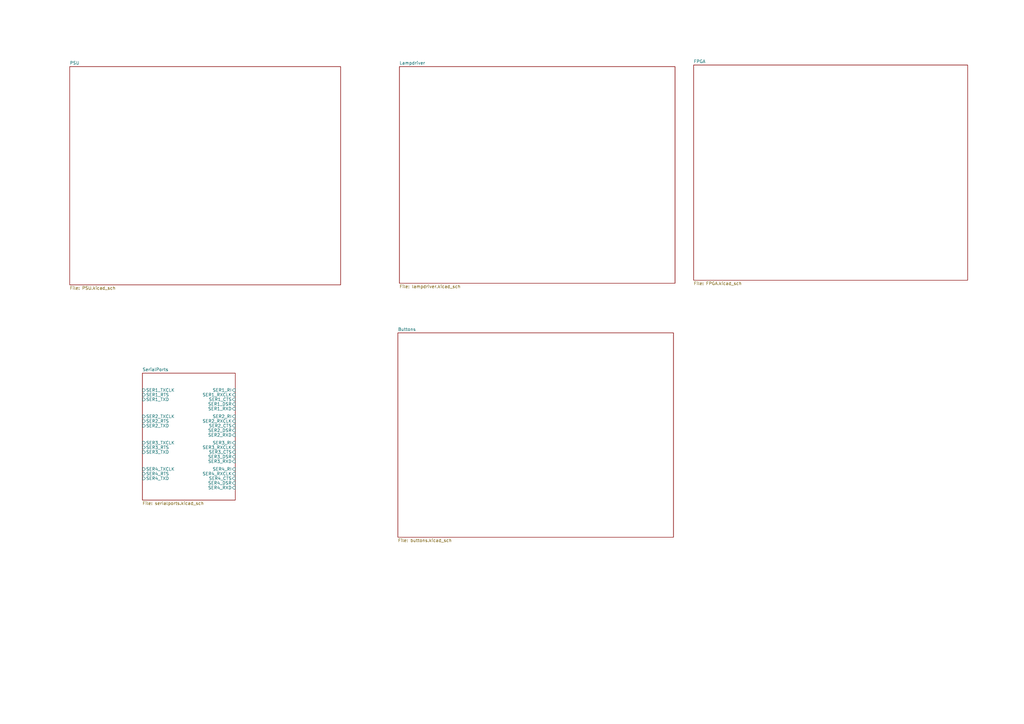
<source format=kicad_sch>
(kicad_sch
	(version 20231120)
	(generator "eeschema")
	(generator_version "8.0")
	(uuid "90ac5510-943f-4570-bbc9-9c6fe2abb490")
	(paper "A3")
	(lib_symbols)
	(sheet
		(at 58.42 153.035)
		(size 38.1 52.07)
		(fields_autoplaced yes)
		(stroke
			(width 0.1524)
			(type solid)
		)
		(fill
			(color 0 0 0 0.0000)
		)
		(uuid "2bddab95-1c59-4465-85e9-ad9abaadec11")
		(property "Sheetname" "SerialPorts"
			(at 58.42 152.3234 0)
			(effects
				(font
					(size 1.27 1.27)
				)
				(justify left bottom)
			)
		)
		(property "Sheetfile" "serialports.kicad_sch"
			(at 58.42 205.6896 0)
			(effects
				(font
					(size 1.27 1.27)
				)
				(justify left top)
			)
		)
		(pin "SER1_RI" input
			(at 96.52 160.02 0)
			(effects
				(font
					(size 1.27 1.27)
				)
				(justify right)
			)
			(uuid "37c04b76-e713-45c7-bf11-66d1d9f7a3fa")
		)
		(pin "SER1_TXCLK" input
			(at 58.42 160.02 180)
			(effects
				(font
					(size 1.27 1.27)
				)
				(justify left)
			)
			(uuid "f73fdb7b-cf55-476e-89ce-ede7b09205bd")
		)
		(pin "SER1_RTS" input
			(at 58.42 161.925 180)
			(effects
				(font
					(size 1.27 1.27)
				)
				(justify left)
			)
			(uuid "0772af06-d846-4447-af43-4fdc6b935d1b")
		)
		(pin "SER1_RXCLK" input
			(at 96.52 161.925 0)
			(effects
				(font
					(size 1.27 1.27)
				)
				(justify right)
			)
			(uuid "fc7068e1-2c39-4243-8192-411ac9d25c07")
		)
		(pin "SER1_TXD" input
			(at 58.42 163.83 180)
			(effects
				(font
					(size 1.27 1.27)
				)
				(justify left)
			)
			(uuid "cd32509a-64ad-4d00-894b-cb015fe41b0b")
		)
		(pin "SER1_CTS" input
			(at 96.52 163.83 0)
			(effects
				(font
					(size 1.27 1.27)
				)
				(justify right)
			)
			(uuid "d2fb27ec-544b-4f42-b84c-980f9f08ded9")
		)
		(pin "SER1_DSR" input
			(at 96.52 165.735 0)
			(effects
				(font
					(size 1.27 1.27)
				)
				(justify right)
			)
			(uuid "e08a6986-f04e-4fd8-9924-27a0cea07679")
		)
		(pin "SER1_RXD" input
			(at 96.52 167.64 0)
			(effects
				(font
					(size 1.27 1.27)
				)
				(justify right)
			)
			(uuid "e21fc17f-cd64-48d4-a1e6-8fc4d5a80276")
		)
		(pin "SER4_RXD" input
			(at 96.52 200.025 0)
			(effects
				(font
					(size 1.27 1.27)
				)
				(justify right)
			)
			(uuid "54436598-4ac5-4275-8dca-a93ed47e24f3")
		)
		(pin "SER4_TXD" input
			(at 58.42 196.215 180)
			(effects
				(font
					(size 1.27 1.27)
				)
				(justify left)
			)
			(uuid "e67f4d83-2781-407c-a180-39ab6ff5c3e9")
		)
		(pin "SER4_RTS" input
			(at 58.42 194.31 180)
			(effects
				(font
					(size 1.27 1.27)
				)
				(justify left)
			)
			(uuid "e0eae2ce-f8f3-4940-b904-dad08f6f0328")
		)
		(pin "SER2_RXD" input
			(at 96.52 178.435 0)
			(effects
				(font
					(size 1.27 1.27)
				)
				(justify right)
			)
			(uuid "1f6f5ab3-271b-441f-a985-38515a86ff9c")
		)
		(pin "SER2_TXD" input
			(at 58.42 174.625 180)
			(effects
				(font
					(size 1.27 1.27)
				)
				(justify left)
			)
			(uuid "99e8efc2-30f0-41c7-9820-4d9987883d8c")
		)
		(pin "SER2_RTS" input
			(at 58.42 172.72 180)
			(effects
				(font
					(size 1.27 1.27)
				)
				(justify left)
			)
			(uuid "9be0bcfb-2a5d-461c-a6af-24610fa6f2b3")
		)
		(pin "SER2_TXCLK" input
			(at 58.42 170.815 180)
			(effects
				(font
					(size 1.27 1.27)
				)
				(justify left)
			)
			(uuid "56c7be05-14d9-4cd5-ab27-85027e4bf759")
		)
		(pin "SER2_RI" input
			(at 96.52 170.815 0)
			(effects
				(font
					(size 1.27 1.27)
				)
				(justify right)
			)
			(uuid "73055653-616a-46d7-b1d3-7eec9b7c6321")
		)
		(pin "SER2_CTS" input
			(at 96.52 174.625 0)
			(effects
				(font
					(size 1.27 1.27)
				)
				(justify right)
			)
			(uuid "1a9be29e-d1a2-47c3-9523-3def1a53c9ea")
		)
		(pin "SER2_RXCLK" input
			(at 96.52 172.72 0)
			(effects
				(font
					(size 1.27 1.27)
				)
				(justify right)
			)
			(uuid "1ecd1400-d13d-45c0-9617-b9fb74dfbcdb")
		)
		(pin "SER2_DSR" input
			(at 96.52 176.53 0)
			(effects
				(font
					(size 1.27 1.27)
				)
				(justify right)
			)
			(uuid "eb5e4c67-0f05-4d08-9b8e-d3a8c0cb2f6c")
		)
		(pin "SER4_TXCLK" input
			(at 58.42 192.405 180)
			(effects
				(font
					(size 1.27 1.27)
				)
				(justify left)
			)
			(uuid "2f5d9067-813b-44e9-9c00-2692c1e72876")
		)
		(pin "SER4_RXCLK" input
			(at 96.52 194.31 0)
			(effects
				(font
					(size 1.27 1.27)
				)
				(justify right)
			)
			(uuid "799c0b8c-9cb8-4c5b-afeb-478e4bdaa946")
		)
		(pin "SER4_DSR" input
			(at 96.52 198.12 0)
			(effects
				(font
					(size 1.27 1.27)
				)
				(justify right)
			)
			(uuid "37238d92-d098-4285-a7d5-5a7ffe5389ee")
		)
		(pin "SER4_CTS" input
			(at 96.52 196.215 0)
			(effects
				(font
					(size 1.27 1.27)
				)
				(justify right)
			)
			(uuid "feed2227-ee76-40fd-9df8-84b83ac5965e")
		)
		(pin "SER4_RI" input
			(at 96.52 192.405 0)
			(effects
				(font
					(size 1.27 1.27)
				)
				(justify right)
			)
			(uuid "d9c84f07-d8dc-4690-9491-7058466118af")
		)
		(pin "SER3_CTS" input
			(at 96.52 185.42 0)
			(effects
				(font
					(size 1.27 1.27)
				)
				(justify right)
			)
			(uuid "471de614-c287-4529-b9ca-9a1ba1ca822d")
		)
		(pin "SER3_RXD" input
			(at 96.52 189.23 0)
			(effects
				(font
					(size 1.27 1.27)
				)
				(justify right)
			)
			(uuid "3e7d9e0b-347f-44e0-b120-195d143d47d6")
		)
		(pin "SER3_DSR" input
			(at 96.52 187.325 0)
			(effects
				(font
					(size 1.27 1.27)
				)
				(justify right)
			)
			(uuid "a05ef607-2a85-405f-8602-17fbf8ff6f43")
		)
		(pin "SER3_RXCLK" input
			(at 96.52 183.515 0)
			(effects
				(font
					(size 1.27 1.27)
				)
				(justify right)
			)
			(uuid "a9e9ccdb-9e63-4d8c-8202-0f8ae5ba5936")
		)
		(pin "SER3_RI" input
			(at 96.52 181.61 0)
			(effects
				(font
					(size 1.27 1.27)
				)
				(justify right)
			)
			(uuid "89c91799-ff7c-4d36-af95-753de7af0703")
		)
		(pin "SER3_TXCLK" input
			(at 58.42 181.61 180)
			(effects
				(font
					(size 1.27 1.27)
				)
				(justify left)
			)
			(uuid "f55c786b-a515-47af-a8f9-2187ba67d28b")
		)
		(pin "SER3_TXD" input
			(at 58.42 185.42 180)
			(effects
				(font
					(size 1.27 1.27)
				)
				(justify left)
			)
			(uuid "2e2490c5-ebb2-4eb1-9040-b0db1c0be18c")
		)
		(pin "SER3_RTS" input
			(at 58.42 183.515 180)
			(effects
				(font
					(size 1.27 1.27)
				)
				(justify left)
			)
			(uuid "2e440520-e816-47fb-a2f6-d14efb351e3b")
		)
		(instances
			(project "IBM3705VHDL"
				(path "/90ac5510-943f-4570-bbc9-9c6fe2abb490"
					(page "5")
				)
			)
		)
	)
	(sheet
		(at 284.48 26.67)
		(size 112.395 88.265)
		(fields_autoplaced yes)
		(stroke
			(width 0.1524)
			(type solid)
		)
		(fill
			(color 0 0 0 0.0000)
		)
		(uuid "5ffcb658-1380-4eca-bc33-309fefb12dc4")
		(property "Sheetname" "FPGA"
			(at 284.48 25.9584 0)
			(effects
				(font
					(size 1.27 1.27)
				)
				(justify left bottom)
			)
		)
		(property "Sheetfile" "FPGA.kicad_sch"
			(at 284.48 115.5196 0)
			(effects
				(font
					(size 1.27 1.27)
				)
				(justify left top)
			)
		)
		(instances
			(project "IBM3705VHDL"
				(path "/90ac5510-943f-4570-bbc9-9c6fe2abb490"
					(page "2")
				)
			)
		)
	)
	(sheet
		(at 163.83 27.305)
		(size 113.03 88.9)
		(fields_autoplaced yes)
		(stroke
			(width 0.1524)
			(type solid)
		)
		(fill
			(color 0 0 0 0.0000)
		)
		(uuid "8b3746c2-1699-4fc5-bd9e-7e36f0d294cd")
		(property "Sheetname" "Lampdriver"
			(at 163.83 26.5934 0)
			(effects
				(font
					(size 1.27 1.27)
				)
				(justify left bottom)
			)
		)
		(property "Sheetfile" "lampdriver.kicad_sch"
			(at 163.83 116.7896 0)
			(effects
				(font
					(size 1.27 1.27)
				)
				(justify left top)
			)
		)
		(instances
			(project "IBM3705VHDL"
				(path "/90ac5510-943f-4570-bbc9-9c6fe2abb490"
					(page "3")
				)
			)
		)
	)
	(sheet
		(at 163.195 136.525)
		(size 113.03 83.82)
		(fields_autoplaced yes)
		(stroke
			(width 0.1524)
			(type solid)
		)
		(fill
			(color 0 0 0 0.0000)
		)
		(uuid "a0ee17f6-4627-4f0a-9ac3-a3e0e125113e")
		(property "Sheetname" "Buttons"
			(at 163.195 135.8134 0)
			(effects
				(font
					(size 1.27 1.27)
				)
				(justify left bottom)
			)
		)
		(property "Sheetfile" "buttons.kicad_sch"
			(at 163.195 220.9296 0)
			(effects
				(font
					(size 1.27 1.27)
				)
				(justify left top)
			)
		)
		(instances
			(project "IBM3705VHDL"
				(path "/90ac5510-943f-4570-bbc9-9c6fe2abb490"
					(page "6")
				)
			)
		)
	)
	(sheet
		(at 28.575 27.305)
		(size 111.125 89.535)
		(fields_autoplaced yes)
		(stroke
			(width 0.1524)
			(type solid)
		)
		(fill
			(color 0 0 0 0.0000)
		)
		(uuid "b527cb63-90ee-441d-ba7e-0af4553a993b")
		(property "Sheetname" "PSU"
			(at 28.575 26.5934 0)
			(effects
				(font
					(size 1.27 1.27)
				)
				(justify left bottom)
			)
		)
		(property "Sheetfile" "PSU.kicad_sch"
			(at 28.575 117.4246 0)
			(effects
				(font
					(size 1.27 1.27)
				)
				(justify left top)
			)
		)
		(instances
			(project "IBM3705VHDL"
				(path "/90ac5510-943f-4570-bbc9-9c6fe2abb490"
					(page "4")
				)
			)
		)
	)
	(sheet_instances
		(path "/"
			(page "1")
		)
	)
)

</source>
